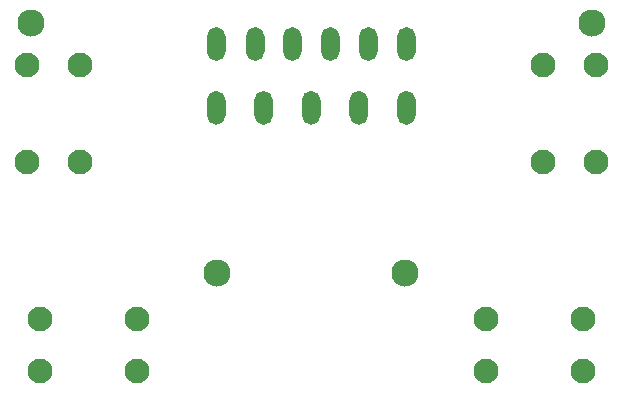
<source format=gbr>
G04 #@! TF.GenerationSoftware,KiCad,Pcbnew,(5.1.9)-1*
G04 #@! TF.CreationDate,2021-10-01T15:11:33-04:00*
G04 #@! TF.ProjectId,GBZ2,47425a32-2e6b-4696-9361-645f70636258,rev?*
G04 #@! TF.SameCoordinates,Original*
G04 #@! TF.FileFunction,Soldermask,Bot*
G04 #@! TF.FilePolarity,Negative*
%FSLAX46Y46*%
G04 Gerber Fmt 4.6, Leading zero omitted, Abs format (unit mm)*
G04 Created by KiCad (PCBNEW (5.1.9)-1) date 2021-10-01 15:11:33*
%MOMM*%
%LPD*%
G01*
G04 APERTURE LIST*
%ADD10C,2.100000*%
%ADD11C,2.300000*%
G04 APERTURE END LIST*
D10*
X108025000Y-150999891D03*
X108025000Y-146569891D03*
X116225000Y-150999891D03*
X116225000Y-146569891D03*
X70275165Y-150999891D03*
X70275165Y-146569891D03*
X78475165Y-150999891D03*
X78475165Y-146569891D03*
X73630000Y-133300000D03*
X69200000Y-133300000D03*
X73630000Y-125100000D03*
X69200000Y-125100000D03*
D11*
X69500036Y-121499982D03*
X117000000Y-121499982D03*
G36*
G01*
X86000000Y-128050000D02*
X86000000Y-129350000D01*
G75*
G02*
X85200000Y-130150000I-800000J0D01*
G01*
X85200000Y-130150000D01*
G75*
G02*
X84400000Y-129350000I0J800000D01*
G01*
X84400000Y-128050000D01*
G75*
G02*
X85200000Y-127250000I800000J0D01*
G01*
X85200000Y-127250000D01*
G75*
G02*
X86000000Y-128050000I0J-800000D01*
G01*
G37*
G36*
G01*
X100500000Y-129350000D02*
X100500000Y-128050000D01*
G75*
G02*
X101300000Y-127250000I800000J0D01*
G01*
X101300000Y-127250000D01*
G75*
G02*
X102100000Y-128050000I0J-800000D01*
G01*
X102100000Y-129350000D01*
G75*
G02*
X101300000Y-130150000I-800000J0D01*
G01*
X101300000Y-130150000D01*
G75*
G02*
X100500000Y-129350000I0J800000D01*
G01*
G37*
G36*
G01*
X96470000Y-129350000D02*
X96470000Y-128050000D01*
G75*
G02*
X97270000Y-127250000I800000J0D01*
G01*
X97270000Y-127250000D01*
G75*
G02*
X98070000Y-128050000I0J-800000D01*
G01*
X98070000Y-129350000D01*
G75*
G02*
X97270000Y-130150000I-800000J0D01*
G01*
X97270000Y-130150000D01*
G75*
G02*
X96470000Y-129350000I0J800000D01*
G01*
G37*
G36*
G01*
X84400000Y-123950000D02*
X84400000Y-122650000D01*
G75*
G02*
X85200000Y-121850000I800000J0D01*
G01*
X85200000Y-121850000D01*
G75*
G02*
X86000000Y-122650000I0J-800000D01*
G01*
X86000000Y-123950000D01*
G75*
G02*
X85200000Y-124750000I-800000J0D01*
G01*
X85200000Y-124750000D01*
G75*
G02*
X84400000Y-123950000I0J800000D01*
G01*
G37*
G36*
G01*
X87700000Y-123950000D02*
X87700000Y-122650000D01*
G75*
G02*
X88500000Y-121850000I800000J0D01*
G01*
X88500000Y-121850000D01*
G75*
G02*
X89300000Y-122650000I0J-800000D01*
G01*
X89300000Y-123950000D01*
G75*
G02*
X88500000Y-124750000I-800000J0D01*
G01*
X88500000Y-124750000D01*
G75*
G02*
X87700000Y-123950000I0J800000D01*
G01*
G37*
G36*
G01*
X97280000Y-123950000D02*
X97280000Y-122650000D01*
G75*
G02*
X98080000Y-121850000I800000J0D01*
G01*
X98080000Y-121850000D01*
G75*
G02*
X98880000Y-122650000I0J-800000D01*
G01*
X98880000Y-123950000D01*
G75*
G02*
X98080000Y-124750000I-800000J0D01*
G01*
X98080000Y-124750000D01*
G75*
G02*
X97280000Y-123950000I0J800000D01*
G01*
G37*
G36*
G01*
X100500000Y-123950000D02*
X100500000Y-122650000D01*
G75*
G02*
X101300000Y-121850000I800000J0D01*
G01*
X101300000Y-121850000D01*
G75*
G02*
X102100000Y-122650000I0J-800000D01*
G01*
X102100000Y-123950000D01*
G75*
G02*
X101300000Y-124750000I-800000J0D01*
G01*
X101300000Y-124750000D01*
G75*
G02*
X100500000Y-123950000I0J800000D01*
G01*
G37*
G36*
G01*
X94060000Y-123950000D02*
X94060000Y-122650000D01*
G75*
G02*
X94860000Y-121850000I800000J0D01*
G01*
X94860000Y-121850000D01*
G75*
G02*
X95660000Y-122650000I0J-800000D01*
G01*
X95660000Y-123950000D01*
G75*
G02*
X94860000Y-124750000I-800000J0D01*
G01*
X94860000Y-124750000D01*
G75*
G02*
X94060000Y-123950000I0J800000D01*
G01*
G37*
G36*
G01*
X90840000Y-123950000D02*
X90840000Y-122650000D01*
G75*
G02*
X91640000Y-121850000I800000J0D01*
G01*
X91640000Y-121850000D01*
G75*
G02*
X92440000Y-122650000I0J-800000D01*
G01*
X92440000Y-123950000D01*
G75*
G02*
X91640000Y-124750000I-800000J0D01*
G01*
X91640000Y-124750000D01*
G75*
G02*
X90840000Y-123950000I0J800000D01*
G01*
G37*
G36*
G01*
X92440000Y-129350000D02*
X92440000Y-128050000D01*
G75*
G02*
X93240000Y-127250000I800000J0D01*
G01*
X93240000Y-127250000D01*
G75*
G02*
X94040000Y-128050000I0J-800000D01*
G01*
X94040000Y-129350000D01*
G75*
G02*
X93240000Y-130150000I-800000J0D01*
G01*
X93240000Y-130150000D01*
G75*
G02*
X92440000Y-129350000I0J800000D01*
G01*
G37*
G36*
G01*
X88410000Y-129350000D02*
X88410000Y-128050000D01*
G75*
G02*
X89210000Y-127250000I800000J0D01*
G01*
X89210000Y-127250000D01*
G75*
G02*
X90010000Y-128050000I0J-800000D01*
G01*
X90010000Y-129350000D01*
G75*
G02*
X89210000Y-130150000I-800000J0D01*
G01*
X89210000Y-130150000D01*
G75*
G02*
X88410000Y-129350000I0J800000D01*
G01*
G37*
X101225151Y-142675245D03*
X85275151Y-142675245D03*
D10*
X117314800Y-133299938D03*
X112884800Y-133299938D03*
X117314800Y-125099938D03*
X112884800Y-125099938D03*
M02*

</source>
